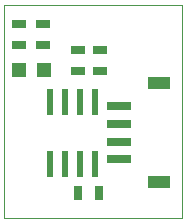
<source format=gbp>
G75*
G70*
%OFA0B0*%
%FSLAX24Y24*%
%IPPOS*%
%LPD*%
%AMOC8*
5,1,8,0,0,1.08239X$1,22.5*
%
%ADD10C,0.0000*%
%ADD11R,0.0787X0.0276*%
%ADD12R,0.0748X0.0433*%
%ADD13R,0.0240X0.0870*%
%ADD14R,0.0472X0.0315*%
%ADD15R,0.0315X0.0472*%
%ADD16R,0.0472X0.0472*%
D10*
X006148Y000333D02*
X006148Y007419D01*
X012054Y007419D01*
X012054Y000333D01*
X006148Y000333D01*
D11*
X009967Y002281D03*
X009967Y002872D03*
X009967Y003463D03*
X009967Y004053D03*
D12*
X011286Y004821D03*
X011286Y001514D03*
D13*
X009162Y002137D03*
X008662Y002137D03*
X008162Y002137D03*
X007662Y002137D03*
X007662Y004197D03*
X008162Y004197D03*
X008662Y004197D03*
X009162Y004197D03*
D14*
X009337Y005214D03*
X008589Y005214D03*
X008589Y005923D03*
X009337Y005923D03*
X007447Y006081D03*
X006620Y006081D03*
X006620Y006789D03*
X007447Y006789D03*
D15*
X008589Y001159D03*
X009298Y001159D03*
D16*
X007467Y005254D03*
X006640Y005254D03*
M02*

</source>
